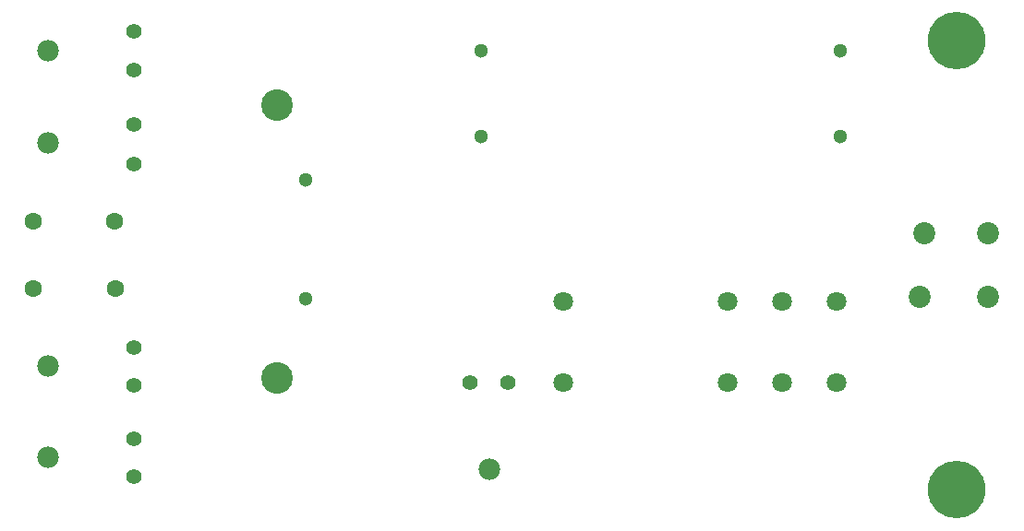
<source format=gbr>
G04 #@! TF.FileFunction,Copper,L2,Bot,Signal*
%FSLAX46Y46*%
G04 Gerber Fmt 4.6, Leading zero omitted, Abs format (unit mm)*
G04 Created by KiCad (PCBNEW 4.0.7-e2-6376~58~ubuntu16.04.1) date Tue Feb  6 09:54:40 2018*
%MOMM*%
%LPD*%
G01*
G04 APERTURE LIST*
%ADD10C,0.100000*%
%ADD11C,2.020000*%
%ADD12C,5.280000*%
%ADD13C,1.800000*%
%ADD14C,1.600000*%
%ADD15C,1.300000*%
%ADD16C,2.900000*%
%ADD17C,1.397000*%
%ADD18C,1.981000*%
G04 APERTURE END LIST*
D10*
D11*
X185564000Y-55880000D03*
X186000000Y-50040000D03*
X191850000Y-50040000D03*
X191850000Y-55880000D03*
D12*
X188930000Y-32350000D03*
X188930000Y-73570000D03*
D13*
X172908000Y-56254000D03*
X172908000Y-63754000D03*
X167908000Y-63754000D03*
X152908000Y-63754000D03*
X152908000Y-56254000D03*
X167908000Y-56254000D03*
X177908000Y-63754000D03*
X177908000Y-56254000D03*
D14*
X104267000Y-55118000D03*
X111767000Y-55128000D03*
X111760000Y-48895000D03*
X104260000Y-48885000D03*
D15*
X178308000Y-41148000D03*
X145308000Y-41148000D03*
X178308000Y-33274000D03*
X145308000Y-33274000D03*
X129286000Y-56007000D03*
X129286000Y-45107000D03*
D16*
X126616000Y-63320000D03*
X126616000Y-38280000D03*
D17*
X113500000Y-64000000D03*
X113500000Y-60500000D03*
D18*
X105590000Y-62250000D03*
D17*
X113500000Y-43669000D03*
X113500000Y-40000000D03*
D18*
X105590000Y-41750000D03*
D17*
X113500000Y-35000000D03*
X113500000Y-31500000D03*
D18*
X105590000Y-33250000D03*
D17*
X147828000Y-63754000D03*
X144328000Y-63754000D03*
D18*
X146078000Y-71664000D03*
D17*
X113500000Y-72390000D03*
X113500000Y-68890000D03*
D18*
X105590000Y-70640000D03*
M02*

</source>
